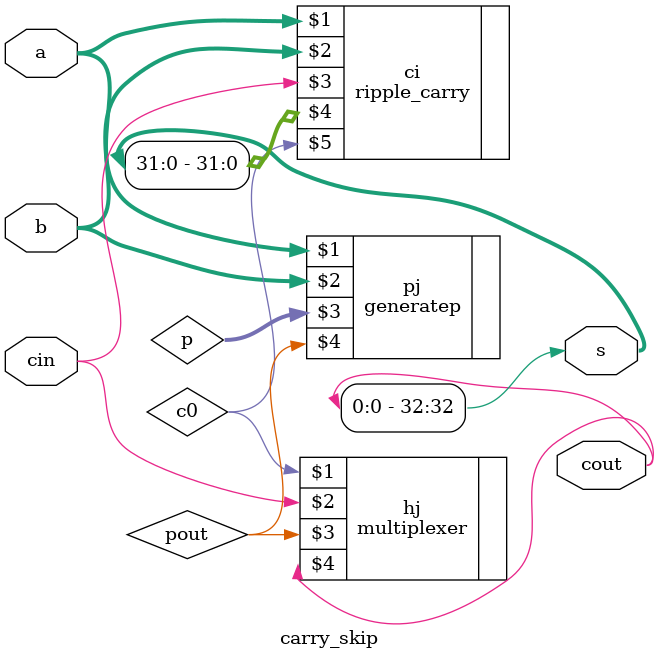
<source format=v>
`timescale 1ns / 1ps


module carry_skip(
    input [31:0] a,
    input [31:0] b,
    input cin,
    output [32:0] s,
    output cout
    );
    wire [31:0]p;
    wire pout,c0;
    ripple_carry ci(a[31:0],b[31:0],cin,s[31:0],c0);
    generatep pj(a,b,p,pout);
    multiplexer hj(c0,cin,pout,cout);
     assign s[32]=cout;
endmodule

</source>
